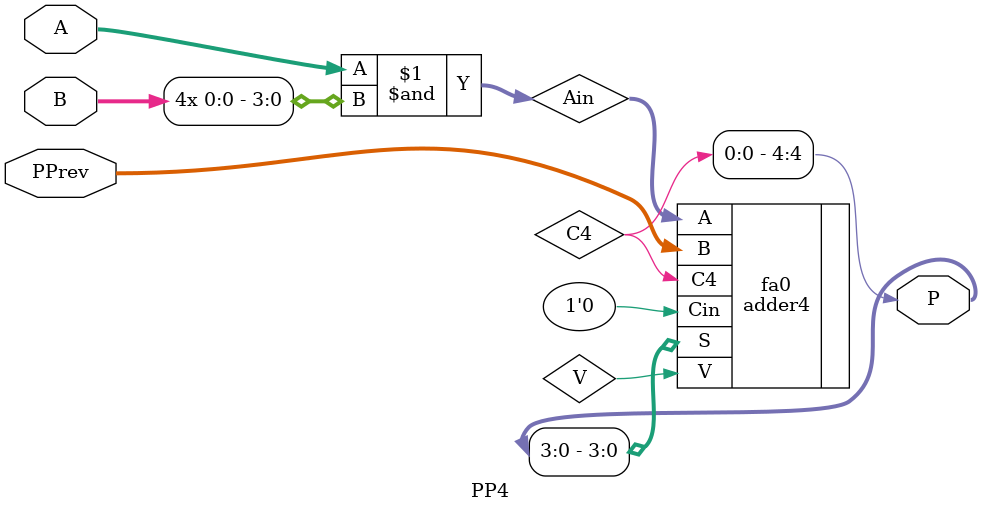
<source format=sv>
module PP4 
(
    input logic [3:0] A,      
    input logic [3:0] PPrev,  
    input logic B,           
    output logic [4:0] P     
);
    
    logic [3:0] Ain;
    assign Ain = A & {4{B}};
    
    logic C4, V;
   
    adder4 fa0 (.A(Ain),.B(PPrev),.Cin(1'b0),.S(P[3:0]),.C4(C4),.V(V));
    
    assign P[4] = C4;

endmodule

</source>
